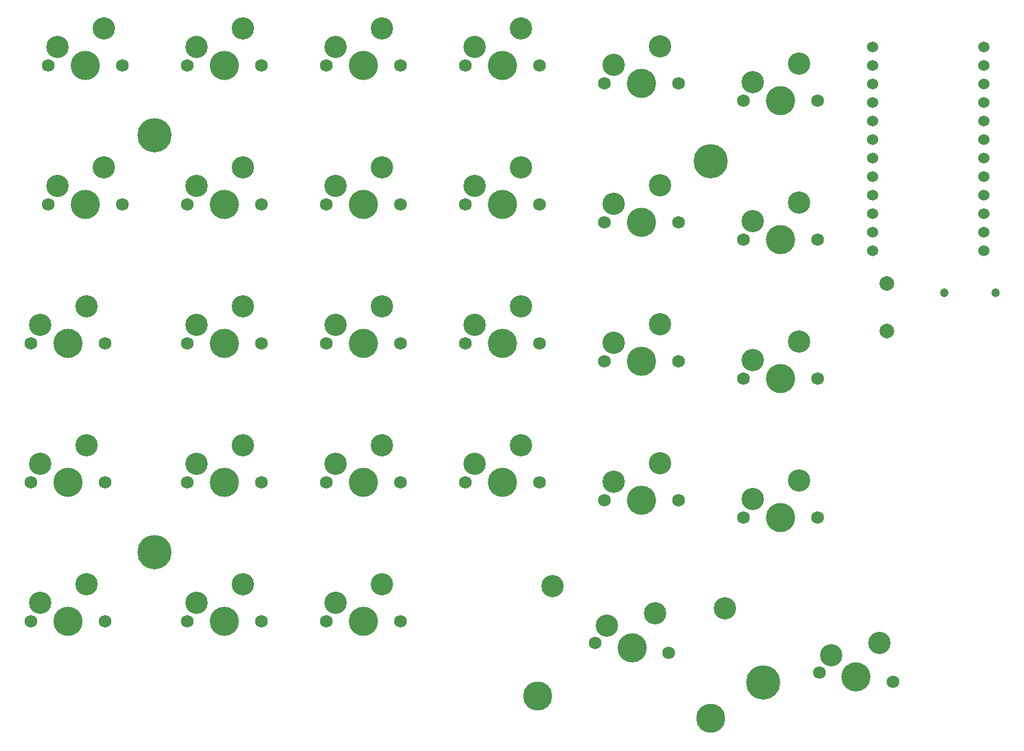
<source format=gbr>
%TF.GenerationSoftware,KiCad,Pcbnew,(6.0.4)*%
%TF.CreationDate,2022-10-11T17:38:10-05:00*%
%TF.ProjectId,GummyKey_Left,47756d6d-794b-4657-995f-4c6566742e6b,rev?*%
%TF.SameCoordinates,Original*%
%TF.FileFunction,Soldermask,Top*%
%TF.FilePolarity,Negative*%
%FSLAX46Y46*%
G04 Gerber Fmt 4.6, Leading zero omitted, Abs format (unit mm)*
G04 Created by KiCad (PCBNEW (6.0.4)) date 2022-10-11 17:38:10*
%MOMM*%
%LPD*%
G01*
G04 APERTURE LIST*
%ADD10C,4.700000*%
%ADD11C,1.750000*%
%ADD12C,4.000000*%
%ADD13C,3.050000*%
%ADD14C,1.524000*%
%ADD15C,3.048000*%
%ADD16C,3.987800*%
%ADD17C,2.000000*%
%ADD18C,1.200000*%
G04 APERTURE END LIST*
D10*
%TO.C,TH3*%
X100012500Y-64293750D03*
%TD*%
D11*
%TO.C,K18*%
X180657500Y-97631250D03*
D12*
X185737500Y-97631250D03*
D13*
X181927500Y-95091250D03*
X188277500Y-92551250D03*
D11*
X190817500Y-97631250D03*
%TD*%
%TO.C,K1*%
X85407500Y-54768750D03*
X95567500Y-54768750D03*
D13*
X86677500Y-52228750D03*
X93027500Y-49688750D03*
D12*
X90487500Y-54768750D03*
%TD*%
%TO.C,K10*%
X147637500Y-73818750D03*
D11*
X152717500Y-73818750D03*
D13*
X143827500Y-71278750D03*
X150177500Y-68738750D03*
D11*
X142557500Y-73818750D03*
%TD*%
%TO.C,K2*%
X114617500Y-54768750D03*
D12*
X109537500Y-54768750D03*
D13*
X105727500Y-52228750D03*
X112077500Y-49688750D03*
D11*
X104457500Y-54768750D03*
%TD*%
%TO.C,K23*%
X171767500Y-114300000D03*
D13*
X162877500Y-111760000D03*
X169227500Y-109220000D03*
D12*
X166687500Y-114300000D03*
D11*
X161607500Y-114300000D03*
%TD*%
D12*
%TO.C,K27*%
X128587500Y-130968750D03*
D13*
X124777500Y-128428750D03*
D11*
X123507500Y-130968750D03*
X133667500Y-130968750D03*
D13*
X131127500Y-125888750D03*
%TD*%
%TO.C,K6*%
X188277500Y-54451250D03*
D12*
X185737500Y-59531250D03*
D13*
X181927500Y-56991250D03*
D11*
X190817500Y-59531250D03*
X180657500Y-59531250D03*
%TD*%
D14*
%TO.C,U1*%
X213611400Y-52197000D03*
X213611400Y-54737000D03*
X213611400Y-57277000D03*
X213611400Y-59817000D03*
X213611400Y-62357000D03*
X213611400Y-64897000D03*
X213611400Y-67437000D03*
X213611400Y-69977000D03*
X213611400Y-72517000D03*
X213611400Y-75057000D03*
X213611400Y-77597000D03*
X213611400Y-80137000D03*
X198391400Y-80137000D03*
X198391400Y-77597000D03*
X198391400Y-75057000D03*
X198391400Y-72517000D03*
X198391400Y-69977000D03*
X198391400Y-67437000D03*
X198391400Y-64897000D03*
X198391400Y-62357000D03*
X198391400Y-59817000D03*
X198391400Y-57277000D03*
X198391400Y-54737000D03*
X198391400Y-52197000D03*
%TD*%
D15*
%TO.C,REF\u002A\u002A*%
X178147674Y-129187319D03*
D16*
X176162371Y-144267196D03*
X152490633Y-141150752D03*
D15*
X154475937Y-126070876D03*
%TD*%
D11*
%TO.C,K29*%
X201128035Y-139258015D03*
D12*
X196091495Y-138594942D03*
D13*
X192645627Y-135579367D03*
D11*
X191054955Y-137931869D03*
D13*
X199272838Y-133889939D03*
%TD*%
D11*
%TO.C,K28*%
X160363540Y-133891267D03*
D13*
X161954212Y-131538765D03*
X168581423Y-129849337D03*
D11*
X170436620Y-135217413D03*
D12*
X165400080Y-134554340D03*
%TD*%
%TO.C,K24*%
X185737500Y-116681250D03*
D13*
X188277500Y-111601250D03*
D11*
X190817500Y-116681250D03*
D13*
X181927500Y-114141250D03*
D11*
X180657500Y-116681250D03*
%TD*%
%TO.C,K25*%
X83026250Y-130968750D03*
X93186250Y-130968750D03*
D13*
X90646250Y-125888750D03*
D12*
X88106250Y-130968750D03*
D13*
X84296250Y-128428750D03*
%TD*%
D11*
%TO.C,K9*%
X123507500Y-73818750D03*
D13*
X124777500Y-71278750D03*
D11*
X133667500Y-73818750D03*
D12*
X128587500Y-73818750D03*
D13*
X131127500Y-68738750D03*
%TD*%
D11*
%TO.C,K5*%
X171767500Y-57150000D03*
D12*
X166687500Y-57150000D03*
D13*
X169227500Y-52070000D03*
D11*
X161607500Y-57150000D03*
D13*
X162877500Y-54610000D03*
%TD*%
D12*
%TO.C,K20*%
X109537500Y-111918750D03*
D11*
X104457500Y-111918750D03*
D13*
X105727500Y-109378750D03*
D11*
X114617500Y-111918750D03*
D13*
X112077500Y-106838750D03*
%TD*%
D11*
%TO.C,K22*%
X152717500Y-111918750D03*
D13*
X143827500Y-109378750D03*
D12*
X147637500Y-111918750D03*
D13*
X150177500Y-106838750D03*
D11*
X142557500Y-111918750D03*
%TD*%
%TO.C,K11*%
X161607500Y-76200000D03*
D13*
X162877500Y-73660000D03*
X169227500Y-71120000D03*
D11*
X171767500Y-76200000D03*
D12*
X166687500Y-76200000D03*
%TD*%
D17*
%TO.C,SW1*%
X200293750Y-84656250D03*
X200293750Y-91156250D03*
%TD*%
D11*
%TO.C,K17*%
X171767500Y-95250000D03*
D13*
X169227500Y-90170000D03*
D11*
X161607500Y-95250000D03*
D13*
X162877500Y-92710000D03*
D12*
X166687500Y-95250000D03*
%TD*%
%TO.C,K3*%
X128587500Y-54768750D03*
D11*
X123507500Y-54768750D03*
X133667500Y-54768750D03*
D13*
X124777500Y-52228750D03*
X131127500Y-49688750D03*
%TD*%
D10*
%TO.C,TH3*%
X176212500Y-67865625D03*
%TD*%
D11*
%TO.C,K14*%
X104457500Y-92868750D03*
D13*
X112077500Y-87788750D03*
D11*
X114617500Y-92868750D03*
D12*
X109537500Y-92868750D03*
D13*
X105727500Y-90328750D03*
%TD*%
D11*
%TO.C,K7*%
X95567500Y-73818750D03*
X85407500Y-73818750D03*
D13*
X93027500Y-68738750D03*
X86677500Y-71278750D03*
D12*
X90487500Y-73818750D03*
%TD*%
D11*
%TO.C,K15*%
X123507500Y-92868750D03*
X133667500Y-92868750D03*
D13*
X124777500Y-90328750D03*
X131127500Y-87788750D03*
D12*
X128587500Y-92868750D03*
%TD*%
D13*
%TO.C,K19*%
X90646250Y-106838750D03*
X84296250Y-109378750D03*
D12*
X88106250Y-111918750D03*
D11*
X83026250Y-111918750D03*
X93186250Y-111918750D03*
%TD*%
D10*
%TO.C,TH3*%
X100012500Y-121443750D03*
%TD*%
D11*
%TO.C,K12*%
X190817500Y-78581250D03*
D13*
X181927500Y-76041250D03*
X188277500Y-73501250D03*
D11*
X180657500Y-78581250D03*
D12*
X185737500Y-78581250D03*
%TD*%
D18*
%TO.C,J1*%
X208193750Y-85906250D03*
X215193750Y-85906250D03*
%TD*%
D11*
%TO.C,K8*%
X114617500Y-73818750D03*
X104457500Y-73818750D03*
D13*
X112077500Y-68738750D03*
X105727500Y-71278750D03*
D12*
X109537500Y-73818750D03*
%TD*%
D13*
%TO.C,K4*%
X143827500Y-52228750D03*
X150177500Y-49688750D03*
D12*
X147637500Y-54768750D03*
D11*
X152717500Y-54768750D03*
X142557500Y-54768750D03*
%TD*%
D13*
%TO.C,K21*%
X124777500Y-109378750D03*
D11*
X133667500Y-111918750D03*
X123507500Y-111918750D03*
D13*
X131127500Y-106838750D03*
D12*
X128587500Y-111918750D03*
%TD*%
D11*
%TO.C,K13*%
X83026250Y-92868750D03*
D13*
X90646250Y-87788750D03*
D11*
X93186250Y-92868750D03*
D13*
X84296250Y-90328750D03*
D12*
X88106250Y-92868750D03*
%TD*%
D11*
%TO.C,K26*%
X104457500Y-130968750D03*
D12*
X109537500Y-130968750D03*
D11*
X114617500Y-130968750D03*
D13*
X105727500Y-128428750D03*
X112077500Y-125888750D03*
%TD*%
D10*
%TO.C,TH3*%
X183356250Y-139303125D03*
%TD*%
D13*
%TO.C,K16*%
X150177500Y-87788750D03*
D11*
X152717500Y-92868750D03*
X142557500Y-92868750D03*
D13*
X143827500Y-90328750D03*
D12*
X147637500Y-92868750D03*
%TD*%
M02*

</source>
